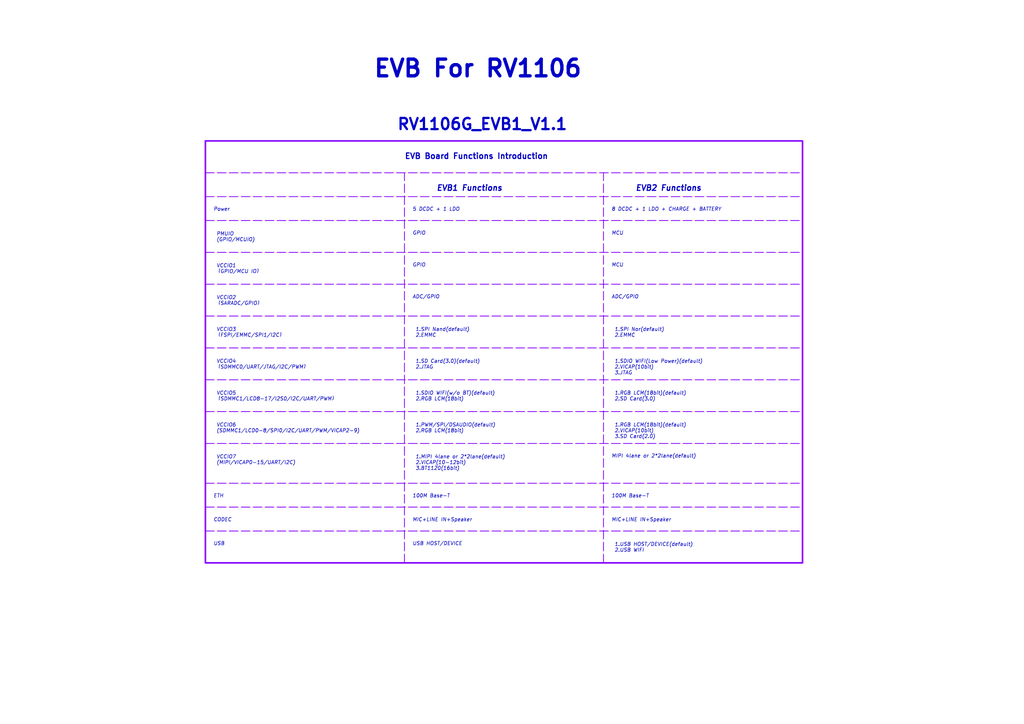
<source format=kicad_sch>
(kicad_sch
	(version 20250114)
	(generator "eeschema")
	(generator_version "9.0")
	(uuid "5c3cb09a-7c24-46f0-be3c-1b97e77bcdf7")
	(paper "User" 326.7 231)
	(lib_symbols)
	(rectangle
		(start 256.032 44.958)
		(end 65.532 179.578)
		(stroke
			(width 0.508)
			(type solid)
			(color 132 0 255 1)
		)
		(fill
			(type none)
		)
		(uuid b3798eab-359f-4228-b934-8abd6ff9a09a)
	)
	(text "EVB2 Functions"
		(exclude_from_sim no)
		(at 202.692 61.214 0)
		(effects
			(font
				(size 1.778 1.778)
				(thickness 0.3556)
				(bold yes)
				(italic yes)
			)
			(justify left bottom)
		)
		(uuid "0424dd6f-539c-4ee3-b6ad-96ce47d7cc29")
	)
	(text "5 DCDC + 1 LDO"
		(exclude_from_sim no)
		(at 131.572 67.564 0)
		(effects
			(font
				(size 1.143 1.143)
				(italic yes)
			)
			(justify left bottom)
		)
		(uuid "1574d5d7-c7c2-402a-af51-472e52202e9f")
	)
	(text "ADC/GPIO"
		(exclude_from_sim no)
		(at 195.072 95.504 0)
		(effects
			(font
				(size 1.143 1.143)
				(italic yes)
			)
			(justify left bottom)
		)
		(uuid "1c16611f-aea0-4fca-a105-d995cd68d32a")
	)
	(text "MCU"
		(exclude_from_sim no)
		(at 195.072 85.344 0)
		(effects
			(font
				(size 1.143 1.143)
				(italic yes)
			)
			(justify left bottom)
		)
		(uuid "3202ac0d-be5f-4499-b439-513698a648ae")
	)
	(text "GPIO"
		(exclude_from_sim no)
		(at 131.572 85.344 0)
		(effects
			(font
				(size 1.143 1.143)
				(italic yes)
			)
			(justify left bottom)
		)
		(uuid "5714de06-a63f-454e-8090-c3a817c08735")
	)
	(text "Power"
		(exclude_from_sim no)
		(at 68.072 67.564 0)
		(effects
			(font
				(size 1.143 1.143)
				(italic yes)
			)
			(justify left bottom)
		)
		(uuid "61e3cecc-9a87-403c-bbf3-870048bd4e89")
	)
	(text "ADC/GPIO"
		(exclude_from_sim no)
		(at 131.572 95.504 0)
		(effects
			(font
				(size 1.143 1.143)
				(italic yes)
			)
			(justify left bottom)
		)
		(uuid "6c67cb42-a5c7-4a6a-ac59-e23c8ea562aa")
	)
	(text "EVB1 Functions"
		(exclude_from_sim no)
		(at 139.192 61.214 0)
		(effects
			(font
				(size 1.778 1.778)
				(thickness 0.3556)
				(bold yes)
				(italic yes)
			)
			(justify left bottom)
		)
		(uuid "7fde1375-11b1-4b52-9e8a-111f4dac3eab")
	)
	(text "CODEC"
		(exclude_from_sim no)
		(at 68.072 166.624 0)
		(effects
			(font
				(size 1.143 1.143)
				(italic yes)
			)
			(justify left bottom)
		)
		(uuid "81a9e502-c185-48f3-9de9-27518396e29a")
	)
	(text "GPIO"
		(exclude_from_sim no)
		(at 131.572 75.184 0)
		(effects
			(font
				(size 1.143 1.143)
				(italic yes)
			)
			(justify left bottom)
		)
		(uuid "838201ef-8bff-45a3-8cf3-502c0fcddffe")
	)
	(text "MIC+LINE IN+Speaker"
		(exclude_from_sim no)
		(at 195.072 166.624 0)
		(effects
			(font
				(size 1.143 1.143)
				(italic yes)
			)
			(justify left bottom)
		)
		(uuid "8685b878-ebc7-4e00-bfff-0198a55c2abb")
	)
	(text "USB"
		(exclude_from_sim no)
		(at 68.072 174.244 0)
		(effects
			(font
				(size 1.143 1.143)
				(italic yes)
			)
			(justify left bottom)
		)
		(uuid "a1ee238c-2d4c-46bc-a84e-8d43e78f2f4c")
	)
	(text "MCU"
		(exclude_from_sim no)
		(at 195.072 75.184 0)
		(effects
			(font
				(size 1.143 1.143)
				(italic yes)
			)
			(justify left bottom)
		)
		(uuid "b93f7e60-e58e-4101-8bf9-d7f191aa3169")
	)
	(text "100M Base-T"
		(exclude_from_sim no)
		(at 195.072 159.004 0)
		(effects
			(font
				(size 1.143 1.143)
				(italic yes)
			)
			(justify left bottom)
		)
		(uuid "c27b030a-9911-4602-9aa9-9245cf2baaf2")
	)
	(text "ETH"
		(exclude_from_sim no)
		(at 68.072 159.004 0)
		(effects
			(font
				(size 1.143 1.143)
				(italic yes)
			)
			(justify left bottom)
		)
		(uuid "c3e1f025-af6f-4b08-8bce-b77acf1288cb")
	)
	(text "8 DCDC + 1 LDO + CHARGE + BATTERY"
		(exclude_from_sim no)
		(at 195.072 67.564 0)
		(effects
			(font
				(size 1.143 1.143)
				(italic yes)
			)
			(justify left bottom)
		)
		(uuid "cb4721d9-89e3-44a2-8cba-cb2bda841c58")
	)
	(text "100M Base-T"
		(exclude_from_sim no)
		(at 131.572 159.004 0)
		(effects
			(font
				(size 1.143 1.143)
				(italic yes)
			)
			(justify left bottom)
		)
		(uuid "dac3f4ad-0138-41ee-a3cb-f496cceba87d")
	)
	(text "EVB Board Functions Introduction"
		(exclude_from_sim no)
		(at 129.032 51.054 0)
		(effects
			(font
				(size 1.778 1.778)
				(thickness 0.3556)
				(bold yes)
			)
			(justify left bottom)
		)
		(uuid "deb86925-d52a-460a-908d-40286f0f153f")
	)
	(text "USB HOST/DEVICE"
		(exclude_from_sim no)
		(at 131.572 174.244 0)
		(effects
			(font
				(size 1.143 1.143)
				(italic yes)
			)
			(justify left bottom)
		)
		(uuid "e5d8d4e4-668a-4086-8e3b-901d2f51788f")
	)
	(text "MIPI 4lane or 2*2lane(default)"
		(exclude_from_sim no)
		(at 195.072 146.304 0)
		(effects
			(font
				(size 1.143 1.143)
				(italic yes)
			)
			(justify left bottom)
		)
		(uuid "e698fccb-d001-4a26-8a07-57795375470f")
	)
	(text "RV1106G_EVB1_V1.1"
		(exclude_from_sim no)
		(at 126.492 41.91 0)
		(effects
			(font
				(size 3.556 3.556)
				(thickness 0.7112)
				(bold yes)
			)
			(justify left bottom)
		)
		(uuid "f81e6e0c-a1f1-43b5-96bf-42cbce33ca71")
	)
	(text "EVB For RV1106"
		(exclude_from_sim no)
		(at 118.872 25.146 0)
		(effects
			(font
				(size 5.334 5.334)
				(thickness 1.0668)
				(bold yes)
			)
			(justify left bottom)
		)
		(uuid "f90b70df-798e-4c9f-acb8-7d2f83a20114")
	)
	(text "MIC+LINE IN+Speaker"
		(exclude_from_sim no)
		(at 131.572 166.624 0)
		(effects
			(font
				(size 1.143 1.143)
				(italic yes)
			)
			(justify left bottom)
		)
		(uuid "fa2afb67-91aa-4a80-b312-a9f45ee039fc")
	)
	(text_box "VCCIO4\n（SDMMC0/UART/JTAG/I2C/PWM）"
		(exclude_from_sim no)
		(at 104.14 118.11 0)
		(size -36.068 -4.572)
		(margins 0.9525 0.9525 0.9525 0.9525)
		(stroke
			(width -0.0001)
			(type default)
			(color 0 0 0 1)
		)
		(fill
			(type none)
		)
		(effects
			(font
				(size 1.143 1.143)
				(italic yes)
			)
			(justify left top)
		)
		(uuid "0d776462-81a9-419d-9219-5c9288417f3a")
	)
	(text_box "1.SPI Nor(default)\n2.EMMC"
		(exclude_from_sim no)
		(at 218.44 107.95 0)
		(size -23.368 -4.572)
		(margins 0.9525 0.9525 0.9525 0.9525)
		(stroke
			(width -0.0001)
			(type default)
			(color 0 0 0 1)
		)
		(fill
			(type none)
		)
		(effects
			(font
				(size 1.143 1.143)
				(italic yes)
			)
			(justify left top)
		)
		(uuid "26cdf4c2-4197-4238-a71b-a446e23554e4")
	)
	(text_box "PMUIO\n(GPIO/MCUIO)"
		(exclude_from_sim no)
		(at 83.82 77.47 0)
		(size -15.748 -4.572)
		(margins 0.9525 0.9525 0.9525 0.9525)
		(stroke
			(width -0.0001)
			(type default)
			(color 0 0 0 1)
		)
		(fill
			(type none)
		)
		(effects
			(font
				(size 1.143 1.143)
				(italic yes)
			)
			(justify left top)
		)
		(uuid "485e29ae-1986-470f-90df-00f2a4fa13a1")
	)
	(text_box "VCCIO5\n（SDMMC1/LCD8-17/I2S0/I2C/UART/PWM）"
		(exclude_from_sim no)
		(at 114.3 128.27 0)
		(size -46.228 -4.572)
		(margins 0.9525 0.9525 0.9525 0.9525)
		(stroke
			(width -0.0001)
			(type default)
			(color 0 0 0 1)
		)
		(fill
			(type none)
		)
		(effects
			(font
				(size 1.143 1.143)
				(italic yes)
			)
			(justify left top)
		)
		(uuid "53dc8729-15e3-4e49-9ea6-710b48a0fe73")
	)
	(text_box "1.SDIO WIFI(Low Power)(default)\n2.VICAP(10bit)\n3.JTAG"
		(exclude_from_sim no)
		(at 234.95 120.396 0)
		(size -39.878 -6.858)
		(margins 0.9525 0.9525 0.9525 0.9525)
		(stroke
			(width -0.0001)
			(type default)
			(color 0 0 0 1)
		)
		(fill
			(type none)
		)
		(effects
			(font
				(size 1.143 1.143)
				(italic yes)
			)
			(justify left top)
		)
		(uuid "5be10b90-ab36-45c0-b286-c88a17de2bbd")
	)
	(text_box "VCCIO6\n(SDMMC1/LCD0-8/SPI0/I2C/UART/PWM/VICAP2-9)"
		(exclude_from_sim no)
		(at 121.92 138.43 0)
		(size -53.848 -4.572)
		(margins 0.9525 0.9525 0.9525 0.9525)
		(stroke
			(width -0.0001)
			(type default)
			(color 0 0 0 1)
		)
		(fill
			(type none)
		)
		(effects
			(font
				(size 1.143 1.143)
				(italic yes)
			)
			(justify left top)
		)
		(uuid "6674ab90-cc66-4da4-bb23-4ddf5d31c6be")
	)
	(text_box "VCCIO3\n（FSPI/EMMC/SPI1/I2C）"
		(exclude_from_sim no)
		(at 96.52 107.95 0)
		(size -28.448 -4.572)
		(margins 0.9525 0.9525 0.9525 0.9525)
		(stroke
			(width -0.0001)
			(type default)
			(color 0 0 0 1)
		)
		(fill
			(type none)
		)
		(effects
			(font
				(size 1.143 1.143)
				(italic yes)
			)
			(justify left top)
		)
		(uuid "6faadbdc-7437-4443-9228-50030a5797e8")
	)
	(text_box "1.MIPI 4lane or 2*2lane(default)\n2.VICAP(10-12bit)\n3.BT1120(16bit)"
		(exclude_from_sim no)
		(at 172.72 150.876 0)
		(size -41.148 -6.858)
		(margins 0.9525 0.9525 0.9525 0.9525)
		(stroke
			(width -0.0001)
			(type default)
			(color 0 0 0 1)
		)
		(fill
			(type none)
		)
		(effects
			(font
				(size 1.143 1.143)
				(italic yes)
			)
			(justify left top)
		)
		(uuid "79aa9970-2c5e-4ce2-a26f-a9be29e0c9f4")
	)
	(text_box "1.SDIO WIFI(w/o BT)(default)\n2.RGB LCM(18bit)"
		(exclude_from_sim no)
		(at 167.64 128.27 0)
		(size -36.068 -4.572)
		(margins 0.9525 0.9525 0.9525 0.9525)
		(stroke
			(width -0.0001)
			(type default)
			(color 0 0 0 1)
		)
		(fill
			(type none)
		)
		(effects
			(font
				(size 1.143 1.143)
				(italic yes)
			)
			(justify left top)
		)
		(uuid "7bc2f572-761c-40a6-8297-bfe270e73ca1")
	)
	(text_box "1.SPI Nand(default)\n2.EMMC"
		(exclude_from_sim no)
		(at 156.21 107.95 0)
		(size -24.638 -4.572)
		(margins 0.9525 0.9525 0.9525 0.9525)
		(stroke
			(width -0.0001)
			(type default)
			(color 0 0 0 1)
		)
		(fill
			(type none)
		)
		(effects
			(font
				(size 1.143 1.143)
				(italic yes)
			)
			(justify left top)
		)
		(uuid "9ee0cdea-dc89-4f5e-a84e-44f6b991090d")
	)
	(text_box "1.PWM/SPI/DSAUDIO(default)\n2.RGB LCM(18bit)"
		(exclude_from_sim no)
		(at 165.1 138.43 0)
		(size -33.528 -4.572)
		(margins 0.9525 0.9525 0.9525 0.9525)
		(stroke
			(width -0.0001)
			(type default)
			(color 0 0 0 1)
		)
		(fill
			(type none)
		)
		(effects
			(font
				(size 1.143 1.143)
				(italic yes)
			)
			(justify left top)
		)
		(uuid "a48d9949-5ae1-4874-81c8-42cf0e0881f5")
	)
	(text_box "VCCIO2\n（SARADC/GPIO）"
		(exclude_from_sim no)
		(at 87.63 97.79 0)
		(size -19.558 -4.572)
		(margins 0.9525 0.9525 0.9525 0.9525)
		(stroke
			(width -0.0001)
			(type default)
			(color 0 0 0 1)
		)
		(fill
			(type none)
		)
		(effects
			(font
				(size 1.143 1.143)
				(italic yes)
			)
			(justify left top)
		)
		(uuid "af745edb-a516-47bd-95fc-84ef25726cdf")
	)
	(text_box "1.RGB LCM(18bit)(default)\n2.VICAP(10bit)\n3.SD Card(2.0)"
		(exclude_from_sim no)
		(at 227.33 140.716 0)
		(size -32.258 -6.858)
		(margins 0.9525 0.9525 0.9525 0.9525)
		(stroke
			(width -0.0001)
			(type default)
			(color 0 0 0 1)
		)
		(fill
			(type none)
		)
		(effects
			(font
				(size 1.143 1.143)
				(italic yes)
			)
			(justify left top)
		)
		(uuid "ce24804d-53b2-4b2f-8f7a-dd9b064dc566")
	)
	(text_box "1.SD Card(3.0)(default)\n2.JTAG"
		(exclude_from_sim no)
		(at 161.29 118.11 0)
		(size -29.718 -4.572)
		(margins 0.9525 0.9525 0.9525 0.9525)
		(stroke
			(width -0.0001)
			(type default)
			(color 0 0 0 1)
		)
		(fill
			(type none)
		)
		(effects
			(font
				(size 1.143 1.143)
				(italic yes)
			)
			(justify left top)
		)
		(uuid "d9f72586-b213-4006-801a-9e1ec8ee278a")
	)
	(text_box "VCCIO1\n（GPIO/MCU IO）"
		(exclude_from_sim no)
		(at 87.63 87.63 0)
		(size -19.558 -4.572)
		(margins 0.9525 0.9525 0.9525 0.9525)
		(stroke
			(width -0.0001)
			(type default)
			(color 0 0 0 1)
		)
		(fill
			(type none)
		)
		(effects
			(font
				(size 1.143 1.143)
				(italic yes)
			)
			(justify left top)
		)
		(uuid "ded0dd86-2912-4552-8027-c2e3bbbfe552")
	)
	(text_box "1.USB HOST/DEVICE(default)\n2.USB WIFI"
		(exclude_from_sim no)
		(at 228.6 176.53 0)
		(size -33.528 -4.572)
		(margins 0.9525 0.9525 0.9525 0.9525)
		(stroke
			(width -0.0001)
			(type default)
			(color 0 0 0 1)
		)
		(fill
			(type none)
		)
		(effects
			(font
				(size 1.143 1.143)
				(italic yes)
			)
			(justify left top)
		)
		(uuid "e2632721-7f57-445f-8310-fd9f636f4514")
	)
	(text_box "1.RGB LCM(18bit)(default)\n2.SD Card(3.0)"
		(exclude_from_sim no)
		(at 227.33 128.27 0)
		(size -32.258 -4.572)
		(margins 0.9525 0.9525 0.9525 0.9525)
		(stroke
			(width -0.0001)
			(type default)
			(color 0 0 0 1)
		)
		(fill
			(type none)
		)
		(effects
			(font
				(size 1.143 1.143)
				(italic yes)
			)
			(justify left top)
		)
		(uuid "f05169ee-fd8f-418a-af3a-52aed48c82f4")
	)
	(text_box "VCCIO7\n(MIPI/VICAP0-15/UART/I2C)"
		(exclude_from_sim no)
		(at 100.33 148.59 0)
		(size -32.258 -4.572)
		(margins 0.9525 0.9525 0.9525 0.9525)
		(stroke
			(width -0.0001)
			(type default)
			(color 0 0 0 1)
		)
		(fill
			(type none)
		)
		(effects
			(font
				(size 1.143 1.143)
				(italic yes)
			)
			(justify left top)
		)
		(uuid "f05f0346-94d8-4b0f-b2b1-852340441524")
	)
	(polyline
		(pts
			(xy 65.532 90.678) (xy 256.032 90.678)
		)
		(stroke
			(width 0.254)
			(type dash)
			(color 132 0 255 1)
		)
		(uuid "0fdc3cea-d6f8-4e62-972d-d7f088ab856d")
	)
	(polyline
		(pts
			(xy 65.532 55.118) (xy 256.032 55.118)
		)
		(stroke
			(width 0.254)
			(type dash)
			(color 132 0 255 1)
		)
		(uuid "2c4253f7-7563-4b93-87e0-13497a50a372")
	)
	(polyline
		(pts
			(xy 65.532 80.518) (xy 256.032 80.518)
		)
		(stroke
			(width 0.254)
			(type dash)
			(color 132 0 255 1)
		)
		(uuid "4bbfde2a-9441-4e2e-9989-bef9f7cc8931")
	)
	(polyline
		(pts
			(xy 65.532 161.798) (xy 256.032 161.798)
		)
		(stroke
			(width 0.254)
			(type dash)
			(color 132 0 255 1)
		)
		(uuid "5457f888-ca53-49b1-b0b2-7b9b5a4f2865")
	)
	(polyline
		(pts
			(xy 65.532 70.358) (xy 256.032 70.358)
		)
		(stroke
			(width 0.254)
			(type dash)
			(color 132 0 255 1)
		)
		(uuid "567efe01-8f4a-4017-8c1a-d0f7b4ceeeca")
	)
	(polyline
		(pts
			(xy 65.532 121.158) (xy 256.032 121.158)
		)
		(stroke
			(width 0.254)
			(type dash)
			(color 132 0 255 1)
		)
		(uuid "7405d11e-c19c-44e6-8804-22f6a54177d8")
	)
	(polyline
		(pts
			(xy 65.532 62.738) (xy 256.032 62.738)
		)
		(stroke
			(width 0.254)
			(type dash)
			(color 132 0 255 1)
		)
		(uuid "85ebd572-978d-4d63-9752-e9a154ac7482")
	)
	(polyline
		(pts
			(xy 129.032 179.578) (xy 129.032 55.118)
		)
		(stroke
			(width 0.254)
			(type dash)
			(color 132 0 255 1)
		)
		(uuid "87a39fb6-49be-47da-a842-e8c88555cbe9")
	)
	(polyline
		(pts
			(xy 65.532 131.318) (xy 256.032 131.318)
		)
		(stroke
			(width 0.254)
			(type dash)
			(color 132 0 255 1)
		)
		(uuid "9d1feaf0-2e74-4864-b47f-df3cffa38e5c")
	)
	(polyline
		(pts
			(xy 65.532 154.178) (xy 256.032 154.178)
		)
		(stroke
			(width 0.254)
			(type dash)
			(color 132 0 255 1)
		)
		(uuid "b3c4730c-94e4-4959-acff-4f58915a8ccb")
	)
	(polyline
		(pts
			(xy 65.532 100.838) (xy 256.032 100.838)
		)
		(stroke
			(width 0.254)
			(type dash)
			(color 132 0 255 1)
		)
		(uuid "b3cfbdbb-9dce-491a-9681-4b01fa6d5208")
	)
	(polyline
		(pts
			(xy 192.532 179.578) (xy 192.532 55.118)
		)
		(stroke
			(width 0.254)
			(type dash)
			(color 132 0 255 1)
		)
		(uuid "b6dd660a-6950-472a-9d0d-f25122b5fff6")
	)
	(polyline
		(pts
			(xy 65.532 141.478) (xy 256.032 141.478)
		)
		(stroke
			(width 0.254)
			(type dash)
			(color 132 0 255 1)
		)
		(uuid "bb8a3ff8-c35f-4928-a544-4307b78658a6")
	)
	(polyline
		(pts
			(xy 65.532 110.998) (xy 256.032 110.998)
		)
		(stroke
			(width 0.254)
			(type dash)
			(color 132 0 255 1)
		)
		(uuid "ccae853a-4cb5-4330-862d-cf0d53455bbd")
	)
	(polyline
		(pts
			(xy 65.532 169.418) (xy 256.032 169.418)
		)
		(stroke
			(width 0.254)
			(type dash)
			(color 132 0 255 1)
		)
		(uuid "ce16cbe4-fb46-4723-95e0-6083b0804978")
	)
)

</source>
